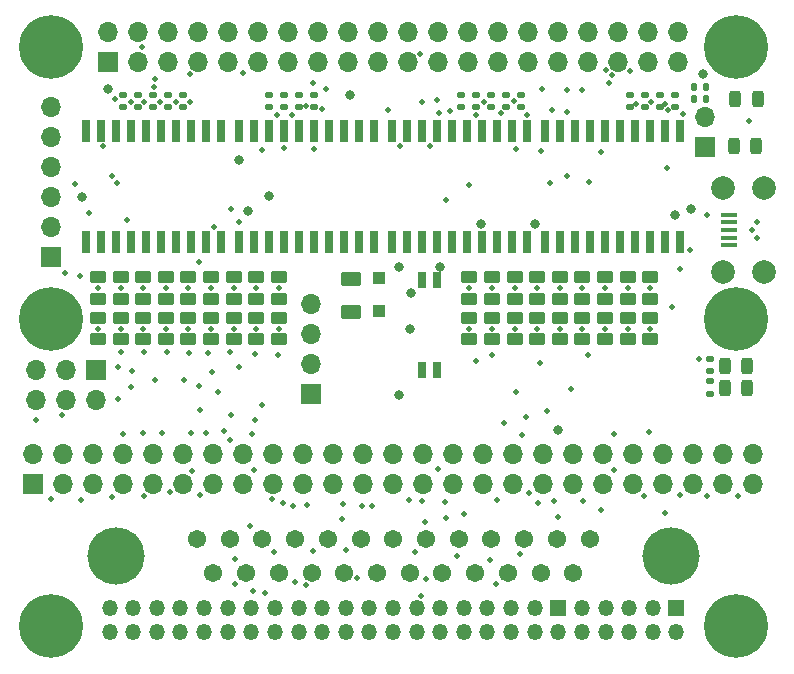
<source format=gbr>
%TF.GenerationSoftware,KiCad,Pcbnew,(6.0.5-0)*%
%TF.CreationDate,2023-01-22T16:33:31-06:00*%
%TF.ProjectId,piscsi,70697363-7369-42e6-9b69-6361645f7063,rev?*%
%TF.SameCoordinates,PX59d60c0PY325aa00*%
%TF.FileFunction,Soldermask,Top*%
%TF.FilePolarity,Negative*%
%FSLAX46Y46*%
G04 Gerber Fmt 4.6, Leading zero omitted, Abs format (unit mm)*
G04 Created by KiCad (PCBNEW (6.0.5-0)) date 2023-01-22 16:33:31*
%MOMM*%
%LPD*%
G01*
G04 APERTURE LIST*
G04 Aperture macros list*
%AMRoundRect*
0 Rectangle with rounded corners*
0 $1 Rounding radius*
0 $2 $3 $4 $5 $6 $7 $8 $9 X,Y pos of 4 corners*
0 Add a 4 corners polygon primitive as box body*
4,1,4,$2,$3,$4,$5,$6,$7,$8,$9,$2,$3,0*
0 Add four circle primitives for the rounded corners*
1,1,$1+$1,$2,$3*
1,1,$1+$1,$4,$5*
1,1,$1+$1,$6,$7*
1,1,$1+$1,$8,$9*
0 Add four rect primitives between the rounded corners*
20,1,$1+$1,$2,$3,$4,$5,0*
20,1,$1+$1,$4,$5,$6,$7,0*
20,1,$1+$1,$6,$7,$8,$9,0*
20,1,$1+$1,$8,$9,$2,$3,0*%
G04 Aperture macros list end*
%ADD10RoundRect,0.243750X0.243750X0.456250X-0.243750X0.456250X-0.243750X-0.456250X0.243750X-0.456250X0*%
%ADD11C,0.800000*%
%ADD12C,5.400000*%
%ADD13R,1.700000X1.700000*%
%ADD14O,1.700000X1.700000*%
%ADD15RoundRect,0.250000X-0.450000X0.262500X-0.450000X-0.262500X0.450000X-0.262500X0.450000X0.262500X0*%
%ADD16RoundRect,0.250000X-0.625000X0.375000X-0.625000X-0.375000X0.625000X-0.375000X0.625000X0.375000X0*%
%ADD17R,0.650000X1.950000*%
%ADD18RoundRect,0.135000X-0.135000X-0.185000X0.135000X-0.185000X0.135000X0.185000X-0.135000X0.185000X0*%
%ADD19RoundRect,0.135000X-0.185000X0.135000X-0.185000X-0.135000X0.185000X-0.135000X0.185000X0.135000X0*%
%ADD20RoundRect,0.250000X0.450000X-0.262500X0.450000X0.262500X-0.450000X0.262500X-0.450000X-0.262500X0*%
%ADD21R,0.750000X1.425000*%
%ADD22R,1.100000X1.100000*%
%ADD23R,1.400000X0.400000*%
%ADD24C,2.000000*%
%ADD25R,1.350000X1.350000*%
%ADD26O,1.350000X1.350000*%
%ADD27C,1.545000*%
%ADD28C,4.845000*%
%ADD29C,0.500000*%
G04 APERTURE END LIST*
D10*
%TO.C,D3*%
X142767000Y-22066500D03*
X140892000Y-22066500D03*
%TD*%
%TO.C,D1*%
X143641000Y2381000D03*
X141766000Y2381000D03*
%TD*%
%TO.C,D2*%
X143529000Y-1556000D03*
X141654000Y-1556000D03*
%TD*%
D11*
%TO.C,H1*%
X85825000Y6800000D03*
X82368109Y5368109D03*
X83800000Y8825000D03*
D12*
X83800000Y6800000D03*
D11*
X83800000Y4775000D03*
X85231891Y5368109D03*
X81775000Y6800000D03*
X85231891Y8231891D03*
X82368109Y8231891D03*
%TD*%
%TO.C,H3*%
X83800000Y-18225000D03*
X81775000Y-16200000D03*
X85231891Y-17631891D03*
X82368109Y-14768109D03*
X85231891Y-14768109D03*
D12*
X83800000Y-16200000D03*
D11*
X85825000Y-16200000D03*
X82368109Y-17631891D03*
X83800000Y-14175000D03*
%TD*%
%TO.C,H5*%
X85231891Y-40768109D03*
X83800000Y-44225000D03*
X82368109Y-40768109D03*
X81775000Y-42200000D03*
X85231891Y-43631891D03*
X83800000Y-40175000D03*
X82368109Y-43631891D03*
X85825000Y-42200000D03*
D12*
X83800000Y-42200000D03*
%TD*%
D13*
%TO.C,J4*%
X83810000Y-10980000D03*
D14*
X83810000Y-8440000D03*
X83810000Y-5900000D03*
X83810000Y-3360000D03*
X83810000Y-820000D03*
X83810000Y1720000D03*
%TD*%
D11*
%TO.C,H4*%
X141800000Y-18225000D03*
X140368109Y-17631891D03*
D12*
X141800000Y-16200000D03*
D11*
X143825000Y-16200000D03*
X141800000Y-14175000D03*
X143231891Y-17631891D03*
X143231891Y-14768109D03*
X139775000Y-16200000D03*
X140368109Y-14768109D03*
%TD*%
%TO.C,H6*%
X141800000Y-40175000D03*
X143825000Y-42200000D03*
X140368109Y-43631891D03*
D12*
X141800000Y-42200000D03*
D11*
X141800000Y-44225000D03*
X140368109Y-40768109D03*
X143231891Y-40768109D03*
X143231891Y-43631891D03*
X139775000Y-42200000D03*
%TD*%
%TO.C,H2*%
X143825000Y6800000D03*
X143231891Y5368109D03*
X141800000Y8825000D03*
X140368109Y5368109D03*
D12*
X141800000Y6800000D03*
D11*
X140368109Y8231891D03*
X141800000Y4775000D03*
X143231891Y8231891D03*
X139775000Y6800000D03*
%TD*%
D15*
%TO.C,R31*%
X126890000Y-12687500D03*
X126890000Y-14512500D03*
%TD*%
D16*
%TO.C,FUSE1*%
X109250000Y-12800000D03*
X109250000Y-15600000D03*
%TD*%
D17*
%TO.C,IC1*%
X99729000Y-9710000D03*
X100999000Y-9710000D03*
X102269000Y-9710000D03*
X103539000Y-9710000D03*
X104809000Y-9710000D03*
X106079000Y-9710000D03*
X107349000Y-9710000D03*
X108619000Y-9710000D03*
X109889000Y-9710000D03*
X111159000Y-9710000D03*
X111159000Y-260000D03*
X109889000Y-260000D03*
X108619000Y-260000D03*
X107349000Y-260000D03*
X106079000Y-260000D03*
X104809000Y-260000D03*
X103539000Y-260000D03*
X102269000Y-260000D03*
X100999000Y-260000D03*
X99729000Y-260000D03*
%TD*%
%TO.C,IC3*%
X124113000Y-260000D03*
X122843000Y-260000D03*
X121573000Y-260000D03*
X120303000Y-260000D03*
X119033000Y-260000D03*
X117763000Y-260000D03*
X116493000Y-260000D03*
X115223000Y-260000D03*
X113953000Y-260000D03*
X112683000Y-260000D03*
X112683000Y-9710000D03*
X113953000Y-9710000D03*
X115223000Y-9710000D03*
X116493000Y-9710000D03*
X117763000Y-9710000D03*
X119033000Y-9710000D03*
X120303000Y-9710000D03*
X121573000Y-9710000D03*
X122843000Y-9710000D03*
X124113000Y-9710000D03*
%TD*%
D18*
%TO.C,R2*%
X138248500Y3460500D03*
X139268500Y3460500D03*
%TD*%
D19*
%TO.C,R3*%
X139607000Y-21493000D03*
X139607000Y-22513000D03*
%TD*%
%TO.C,R5*%
X132812500Y2741000D03*
X132812500Y1721000D03*
%TD*%
%TO.C,R6*%
X134082500Y2741000D03*
X134082500Y1721000D03*
%TD*%
%TO.C,R7*%
X135352500Y2741000D03*
X135352500Y1721000D03*
%TD*%
%TO.C,R9*%
X118525000Y2741000D03*
X118525000Y1721000D03*
%TD*%
%TO.C,R11*%
X121065000Y2741000D03*
X121065000Y1721000D03*
%TD*%
%TO.C,R12*%
X122335000Y2741000D03*
X122335000Y1721000D03*
%TD*%
%TO.C,R13*%
X123605000Y2741000D03*
X123605000Y1721000D03*
%TD*%
%TO.C,R15*%
X91220000Y2741000D03*
X91220000Y1721000D03*
%TD*%
%TO.C,R16*%
X92490000Y2741000D03*
X92490000Y1721000D03*
%TD*%
%TO.C,R19*%
X102269000Y2741000D03*
X102269000Y1721000D03*
%TD*%
%TO.C,R20*%
X103539000Y2741000D03*
X103539000Y1721000D03*
%TD*%
%TO.C,R21*%
X104809000Y2741000D03*
X104809000Y1721000D03*
%TD*%
%TO.C,R22*%
X106079000Y2741000D03*
X106079000Y1721000D03*
%TD*%
D15*
%TO.C,R23*%
X128802500Y-12687500D03*
X128802500Y-14512500D03*
%TD*%
%TO.C,R24*%
X130715000Y-12687500D03*
X130715000Y-14512500D03*
%TD*%
%TO.C,R25*%
X132627500Y-12687500D03*
X132627500Y-14512500D03*
%TD*%
%TO.C,R26*%
X134540000Y-12687500D03*
X134540000Y-14512500D03*
%TD*%
%TO.C,R27*%
X119240000Y-12687500D03*
X119240000Y-14512500D03*
%TD*%
%TO.C,R28*%
X121152500Y-12687500D03*
X121152500Y-14512500D03*
%TD*%
%TO.C,R29*%
X123065000Y-12687500D03*
X123065000Y-14512500D03*
%TD*%
%TO.C,R30*%
X124977500Y-12687500D03*
X124977500Y-14512500D03*
%TD*%
%TO.C,R34*%
X91625000Y-12687500D03*
X91625000Y-14512500D03*
%TD*%
%TO.C,R35*%
X93537500Y-12687500D03*
X93537500Y-14512500D03*
%TD*%
%TO.C,R36*%
X95450000Y-12687500D03*
X95450000Y-14512500D03*
%TD*%
%TO.C,R37*%
X97362500Y-12687500D03*
X97362500Y-14512500D03*
%TD*%
%TO.C,R38*%
X99275000Y-12687500D03*
X99275000Y-14512500D03*
%TD*%
%TO.C,R39*%
X101187500Y-12687500D03*
X101187500Y-14512500D03*
%TD*%
%TO.C,R40*%
X103100000Y-12687500D03*
X103100000Y-14512500D03*
%TD*%
D20*
%TO.C,R41*%
X128802500Y-17912500D03*
X128802500Y-16087500D03*
%TD*%
%TO.C,R42*%
X130715000Y-17912500D03*
X130715000Y-16087500D03*
%TD*%
%TO.C,R43*%
X132627500Y-17912500D03*
X132627500Y-16087500D03*
%TD*%
%TO.C,R44*%
X134540000Y-17912500D03*
X134540000Y-16087500D03*
%TD*%
%TO.C,R45*%
X119240000Y-17912500D03*
X119240000Y-16087500D03*
%TD*%
%TO.C,R46*%
X121152500Y-17912500D03*
X121152500Y-16087500D03*
%TD*%
%TO.C,R47*%
X123065000Y-17912500D03*
X123065000Y-16087500D03*
%TD*%
%TO.C,R48*%
X124977500Y-17912500D03*
X124977500Y-16087500D03*
%TD*%
%TO.C,R49*%
X126890000Y-17912500D03*
X126890000Y-16087500D03*
%TD*%
%TO.C,R50*%
X87800000Y-17912500D03*
X87800000Y-16087500D03*
%TD*%
%TO.C,R51*%
X89712500Y-17912500D03*
X89712500Y-16087500D03*
%TD*%
%TO.C,R52*%
X91625000Y-17912500D03*
X91625000Y-16087500D03*
%TD*%
%TO.C,R53*%
X93537500Y-17912500D03*
X93537500Y-16087500D03*
%TD*%
%TO.C,R54*%
X95450000Y-17912500D03*
X95450000Y-16087500D03*
%TD*%
%TO.C,R55*%
X97362500Y-17912500D03*
X97362500Y-16087500D03*
%TD*%
%TO.C,R56*%
X99275000Y-17912500D03*
X99275000Y-16087500D03*
%TD*%
%TO.C,R57*%
X101187500Y-17912500D03*
X101187500Y-16087500D03*
%TD*%
%TO.C,R58*%
X103100000Y-17912500D03*
X103100000Y-16087500D03*
%TD*%
D19*
%TO.C,R18*%
X95030000Y2741000D03*
X95030000Y1721000D03*
%TD*%
%TO.C,R14*%
X89950000Y2741000D03*
X89950000Y1721000D03*
%TD*%
%TO.C,R17*%
X93760000Y2741000D03*
X93760000Y1721000D03*
%TD*%
D15*
%TO.C,R32*%
X87800000Y-12687500D03*
X87800000Y-14512500D03*
%TD*%
%TO.C,R33*%
X89712500Y-12687500D03*
X89712500Y-14512500D03*
%TD*%
D17*
%TO.C,IC4*%
X137067000Y-260000D03*
X135797000Y-260000D03*
X134527000Y-260000D03*
X133257000Y-260000D03*
X131987000Y-260000D03*
X130717000Y-260000D03*
X129447000Y-260000D03*
X128177000Y-260000D03*
X126907000Y-260000D03*
X125637000Y-260000D03*
X125637000Y-9710000D03*
X126907000Y-9710000D03*
X128177000Y-9710000D03*
X129447000Y-9710000D03*
X130717000Y-9710000D03*
X131987000Y-9710000D03*
X133257000Y-9710000D03*
X134527000Y-9710000D03*
X135797000Y-9710000D03*
X137067000Y-9710000D03*
%TD*%
D19*
%TO.C,R4*%
X139607000Y-19588000D03*
X139607000Y-20608000D03*
%TD*%
D21*
%TO.C,S1*%
X116515000Y-12887500D03*
X115245000Y-12887500D03*
X115245000Y-20511500D03*
X116515000Y-20511500D03*
%TD*%
D22*
%TO.C,D5*%
X111570000Y-12725000D03*
X111570000Y-15525000D03*
%TD*%
D17*
%TO.C,IC2*%
X86775000Y-9710000D03*
X88045000Y-9710000D03*
X89315000Y-9710000D03*
X90585000Y-9710000D03*
X91855000Y-9710000D03*
X93125000Y-9710000D03*
X94395000Y-9710000D03*
X95665000Y-9710000D03*
X96935000Y-9710000D03*
X98205000Y-9710000D03*
X98205000Y-260000D03*
X96935000Y-260000D03*
X95665000Y-260000D03*
X94395000Y-260000D03*
X93125000Y-260000D03*
X91855000Y-260000D03*
X90585000Y-260000D03*
X89315000Y-260000D03*
X88045000Y-260000D03*
X86775000Y-260000D03*
%TD*%
D10*
%TO.C,D4*%
X142767000Y-20161500D03*
X140892000Y-20161500D03*
%TD*%
D18*
%TO.C,R1*%
X138248500Y2444500D03*
X139268500Y2444500D03*
%TD*%
D23*
%TO.C,J8*%
X141205000Y-9960000D03*
X141205000Y-9310000D03*
X141205000Y-8660000D03*
X141205000Y-8010000D03*
X141205000Y-7360000D03*
D24*
X144155000Y-12235000D03*
X144155000Y-5085000D03*
X140705000Y-5085000D03*
X140705000Y-12235000D03*
%TD*%
D13*
%TO.C,J3*%
X82266500Y-30194500D03*
D14*
X82266500Y-27654500D03*
X84806500Y-30194500D03*
X84806500Y-27654500D03*
X87346500Y-30194500D03*
X87346500Y-27654500D03*
X89886500Y-30194500D03*
X89886500Y-27654500D03*
X92426500Y-30194500D03*
X92426500Y-27654500D03*
X94966500Y-30194500D03*
X94966500Y-27654500D03*
X97506500Y-30194500D03*
X97506500Y-27654500D03*
X100046500Y-30194500D03*
X100046500Y-27654500D03*
X102586500Y-30194500D03*
X102586500Y-27654500D03*
X105126500Y-30194500D03*
X105126500Y-27654500D03*
X107666500Y-30194500D03*
X107666500Y-27654500D03*
X110206500Y-30194500D03*
X110206500Y-27654500D03*
X112746500Y-30194500D03*
X112746500Y-27654500D03*
X115286500Y-30194500D03*
X115286500Y-27654500D03*
X117826500Y-30194500D03*
X117826500Y-27654500D03*
X120366500Y-30194500D03*
X120366500Y-27654500D03*
X122906500Y-30194500D03*
X122906500Y-27654500D03*
X125446500Y-30194500D03*
X125446500Y-27654500D03*
X127986500Y-30194500D03*
X127986500Y-27654500D03*
X130526500Y-30194500D03*
X130526500Y-27654500D03*
X133066500Y-30194500D03*
X133066500Y-27654500D03*
X135606500Y-30194500D03*
X135606500Y-27654500D03*
X138146500Y-30194500D03*
X138146500Y-27654500D03*
X140686500Y-30194500D03*
X140686500Y-27654500D03*
X143226500Y-30194500D03*
X143226500Y-27654500D03*
%TD*%
D25*
%TO.C,J9*%
X136772000Y-40688000D03*
D26*
X136772000Y-42688000D03*
X134772000Y-40688000D03*
X134772000Y-42688000D03*
X132772000Y-40688000D03*
X132772000Y-42688000D03*
X130772000Y-40688000D03*
X130772000Y-42688000D03*
X128772000Y-40688000D03*
X128772000Y-42688000D03*
D25*
X126772000Y-40688000D03*
D26*
X126772000Y-42688000D03*
X124772000Y-40688000D03*
X124772000Y-42688000D03*
X122772000Y-40688000D03*
X122772000Y-42688000D03*
X120772000Y-40688000D03*
X120772000Y-42688000D03*
X118772000Y-40688000D03*
X118772000Y-42688000D03*
X116772000Y-40688000D03*
X116772000Y-42688000D03*
X114772000Y-40688000D03*
X114772000Y-42688000D03*
X112772000Y-40688000D03*
X112772000Y-42688000D03*
X110772000Y-40688000D03*
X110772000Y-42688000D03*
X108772000Y-40688000D03*
X108772000Y-42688000D03*
X106772000Y-40688000D03*
X106772000Y-42688000D03*
X104772000Y-40688000D03*
X104772000Y-42688000D03*
X102772000Y-40688000D03*
X102772000Y-42688000D03*
X100772000Y-40688000D03*
X100772000Y-42688000D03*
X98772000Y-40688000D03*
X98772000Y-42688000D03*
X96772000Y-40688000D03*
X96772000Y-42688000D03*
X94772000Y-40688000D03*
X94772000Y-42688000D03*
X92772000Y-40688000D03*
X92772000Y-42688000D03*
X90772000Y-40688000D03*
X90772000Y-42688000D03*
X88772000Y-40688000D03*
X88772000Y-42688000D03*
%TD*%
D19*
%TO.C,R8*%
X136622500Y2741000D03*
X136622500Y1721000D03*
%TD*%
%TO.C,R10*%
X119795000Y2741000D03*
X119795000Y1721000D03*
%TD*%
D13*
%TO.C,J5*%
X87610000Y-20500000D03*
D14*
X87610000Y-23040000D03*
X85070000Y-20500000D03*
X85070000Y-23040000D03*
X82530000Y-20500000D03*
X82530000Y-23040000D03*
%TD*%
D13*
%TO.C,J20*%
X105870000Y-22580000D03*
D14*
X105870000Y-20040000D03*
X105870000Y-17500000D03*
X105870000Y-14960000D03*
%TD*%
D13*
%TO.C,J1*%
X88670000Y5530000D03*
D14*
X88670000Y8070000D03*
X91210000Y5530000D03*
X91210000Y8070000D03*
X93750000Y5530000D03*
X93750000Y8070000D03*
X96290000Y5530000D03*
X96290000Y8070000D03*
X98830000Y5530000D03*
X98830000Y8070000D03*
X101370000Y5530000D03*
X101370000Y8070000D03*
X103910000Y5530000D03*
X103910000Y8070000D03*
X106450000Y5530000D03*
X106450000Y8070000D03*
X108990000Y5530000D03*
X108990000Y8070000D03*
X111530000Y5530000D03*
X111530000Y8070000D03*
X114070000Y5530000D03*
X114070000Y8070000D03*
X116610000Y5530000D03*
X116610000Y8070000D03*
X119150000Y5530000D03*
X119150000Y8070000D03*
X121690000Y5530000D03*
X121690000Y8070000D03*
X124230000Y5530000D03*
X124230000Y8070000D03*
X126770000Y5530000D03*
X126770000Y8070000D03*
X129310000Y5530000D03*
X129310000Y8070000D03*
X131850000Y5530000D03*
X131850000Y8070000D03*
X134390000Y5530000D03*
X134390000Y8070000D03*
X136930000Y5530000D03*
X136930000Y8070000D03*
%TD*%
D27*
%TO.C,J6*%
X129421600Y-34830000D03*
X126651600Y-34830000D03*
X123881600Y-34830000D03*
X121111600Y-34830000D03*
X118341600Y-34830000D03*
X115571600Y-34830000D03*
X112801600Y-34830000D03*
X110031600Y-34830000D03*
X107261600Y-34830000D03*
X104491600Y-34830000D03*
X101721600Y-34830000D03*
X98951600Y-34830000D03*
X96181600Y-34830000D03*
X128036600Y-37670000D03*
X125266600Y-37670000D03*
X122496600Y-37670000D03*
X119726600Y-37670000D03*
X116956600Y-37670000D03*
X114186600Y-37670000D03*
X111416600Y-37670000D03*
X108646600Y-37670000D03*
X105876600Y-37670000D03*
X103106600Y-37670000D03*
X100336600Y-37670000D03*
X97566600Y-37670000D03*
D28*
X136321600Y-36250000D03*
X89281600Y-36250000D03*
%TD*%
D13*
%TO.C,J2*%
X139226000Y-1683000D03*
D14*
X139226000Y857000D03*
%TD*%
D29*
X93190000Y-25820000D03*
X139377000Y-7383000D03*
X100990000Y380000D03*
X90210000Y-7800000D03*
X91580000Y-25840000D03*
X131510000Y-25960000D03*
X103000000Y-19270000D03*
X106079000Y-1810000D03*
X89910000Y-25950000D03*
X125330000Y-2000000D03*
X115899999Y-1570001D03*
X96943500Y-25863543D03*
X103539000Y-1746500D03*
X123159259Y-22348500D03*
X101100000Y-19170000D03*
X91660000Y-18990000D03*
D11*
X126750000Y-25640000D03*
D29*
X95640000Y-25870000D03*
X89740000Y-19040000D03*
X98440000Y-25710000D03*
X97620000Y-8440000D03*
D11*
X120234902Y-8196500D03*
D29*
X97150000Y-19070000D03*
X88258000Y-1572000D03*
X136390000Y-15210000D03*
X130422000Y-2080000D03*
X123220000Y-1780000D03*
X93620000Y-19030000D03*
X142910000Y600000D03*
X134470000Y-25740000D03*
X84963500Y-12347757D03*
X113379999Y-1570001D03*
X100820000Y-25900000D03*
X99700000Y-8010000D03*
X101710000Y-1930000D03*
X129406000Y-4620000D03*
X96340000Y-11340000D03*
X123732000Y-26003500D03*
D11*
X139030000Y4550000D03*
D29*
X99000000Y-19040000D03*
X95510000Y-19050000D03*
X89243314Y2464011D03*
D11*
X88616500Y3270000D03*
X136650000Y-7420000D03*
X109120000Y2800000D03*
D29*
X137911162Y-10346458D03*
D11*
X100530000Y-7040000D03*
X99750000Y-2750000D03*
X116780000Y-11780000D03*
X102300000Y-5820000D03*
D29*
X137050000Y-11980000D03*
D11*
X138042000Y-6906000D03*
X124780000Y-8200000D03*
X113320000Y-22680000D03*
X113310000Y-11780000D03*
X86480000Y-5890000D03*
D29*
X95770000Y-29100000D03*
X130419308Y-32414713D03*
X139350000Y-31150000D03*
X96390000Y-23880000D03*
X125821021Y-23991021D03*
X122155477Y-24994523D03*
X128817950Y-31630159D03*
X133993502Y-31150000D03*
X117187010Y-31684832D03*
X124267635Y-30901010D03*
X105394338Y-38713449D03*
X119830000Y-19770000D03*
X115588434Y-38215548D03*
X125240000Y-19890000D03*
X100909837Y-39247077D03*
X135828947Y-32665648D03*
X115235886Y-31652762D03*
X115182000Y-39662031D03*
X121540000Y-31560000D03*
X131502655Y-28977345D03*
X121532000Y-38656000D03*
X99434000Y-38656000D03*
X106038000Y-35862000D03*
X126730000Y-32950000D03*
X118812489Y-32689064D03*
X129270000Y-19290000D03*
X104490326Y-38501086D03*
X121140000Y-19220000D03*
X100644714Y-33758047D03*
X111018510Y-31996010D03*
X109713077Y-38111020D03*
X82530000Y-24780000D03*
X101060000Y-24780000D03*
X83780000Y-31480000D03*
X110120000Y-31996010D03*
X123564000Y-36116000D03*
X99030000Y-24303500D03*
X84744361Y-24303500D03*
X121024000Y-36624000D03*
X108521033Y-31856657D03*
X86370000Y-31530000D03*
X118230000Y-36256511D03*
X89002424Y-31302989D03*
X89490000Y-22980000D03*
X105519686Y-31957742D03*
X97988500Y-22390000D03*
X90561500Y-21985885D03*
X96320000Y-21910000D03*
X117243766Y-33076963D03*
X91693529Y-31178968D03*
X104280000Y-32052000D03*
X103498000Y-31750000D03*
X114608688Y-35948588D03*
X93930504Y-30851957D03*
X114166000Y-31544000D03*
X92600000Y-21370000D03*
X102510000Y-31434946D03*
X96408551Y-31108553D03*
X95050000Y-21380000D03*
X108431070Y-33137679D03*
X90680000Y-20640000D03*
X100973502Y-29027449D03*
X97420000Y-20720000D03*
X108752442Y-35782442D03*
X99431263Y-36493836D03*
X99770000Y-20270000D03*
X89470000Y-20300000D03*
X127882000Y-22146000D03*
X101686769Y-23478251D03*
X125036247Y-31748511D03*
X142000000Y-31220000D03*
X98960000Y-26450000D03*
X137054940Y-31121502D03*
X126371042Y-31585360D03*
X124013022Y-24493022D03*
X101974000Y-39418000D03*
X116610000Y-28880000D03*
X115479033Y-33403489D03*
X102686051Y-35947053D03*
X90611321Y2164500D03*
X92606010Y4116010D03*
X100071557Y4632242D03*
X91728000Y2127000D03*
X92557577Y3472237D03*
X130785361Y4920000D03*
X93051254Y2164500D03*
X94400000Y2140000D03*
X95583143Y2164500D03*
X95579021Y4529977D03*
X102980000Y1110000D03*
X115088942Y6212691D03*
X104230000Y1090000D03*
X105382522Y1860825D03*
X106795066Y1541500D03*
X117596707Y1388500D03*
X132847721Y4815780D03*
X128748500Y3194737D03*
X112370000Y1520000D03*
X120493500Y2127000D03*
X121904492Y1236649D03*
X125375797Y3229285D03*
X107080000Y3280000D03*
X122990000Y2220000D03*
X133387496Y2003496D03*
X134654000Y2127000D03*
X135777207Y2019438D03*
X136064293Y1462010D03*
X105960000Y3740000D03*
X131340387Y4413823D03*
X91550000Y6850000D03*
X130715000Y-17010000D03*
X93537500Y-17010000D03*
X126890000Y-17010000D03*
X101187500Y-17010000D03*
X128802500Y-17010000D03*
X119240000Y-17010000D03*
X121152500Y-17010000D03*
X89712500Y-17010000D03*
X124977500Y-17010000D03*
X99275000Y-17010000D03*
X97362500Y-17010000D03*
D11*
X114180000Y-17010000D03*
D29*
X91625000Y-17010000D03*
X95450000Y-17010000D03*
X103100000Y-17010000D03*
X87800000Y-17010000D03*
X132627500Y-17010000D03*
X134540000Y-17010000D03*
X123065000Y-17010000D03*
D11*
X114300000Y-13970000D03*
D29*
X91625000Y-13560000D03*
X95450000Y-13560000D03*
X99275000Y-13560000D03*
X101187500Y-13560000D03*
X87800000Y-13560000D03*
X97362500Y-13560000D03*
X124977500Y-13560000D03*
X134540000Y-13560000D03*
X119240000Y-13560000D03*
X103100000Y-13560000D03*
X130715000Y-13560000D03*
X121152500Y-13560000D03*
X126890000Y-13560000D03*
X89712500Y-13560000D03*
X123065000Y-13560000D03*
X93537500Y-13560000D03*
X128802500Y-13560000D03*
X132627500Y-13560000D03*
X137340000Y1120000D03*
X131077665Y3803316D03*
X127480000Y3194936D03*
X124093367Y1052134D03*
X116500000Y2300000D03*
X87031937Y-7191937D03*
X117290000Y-6170000D03*
X115190000Y2200000D03*
X116650000Y1260000D03*
X99070000Y-6860000D03*
X89000000Y-4060000D03*
X127490000Y1340000D03*
X127490000Y-4120000D03*
X126230000Y1480000D03*
X89443897Y-4723228D03*
X86291500Y-12552367D03*
X126030000Y-4700000D03*
X85850000Y-4790000D03*
X119200000Y-4891500D03*
X119790000Y1074500D03*
X143577990Y-8020000D03*
X143201287Y-8646949D03*
X143577990Y-9320000D03*
X138670000Y-19600000D03*
X135983368Y-3393368D03*
M02*

</source>
